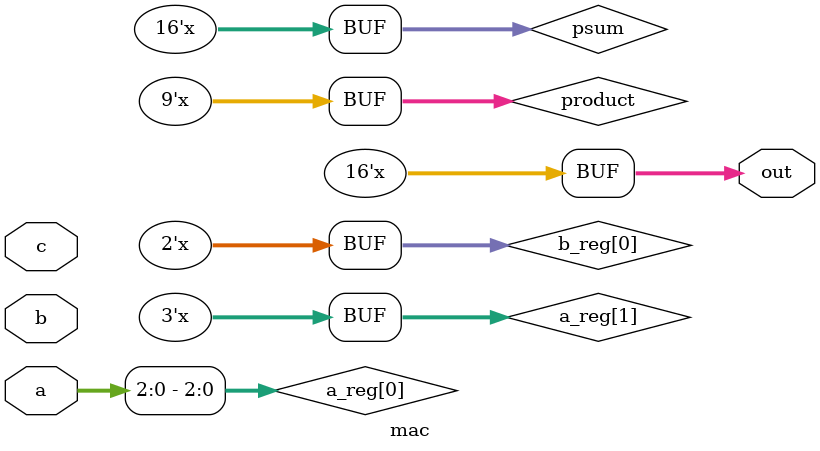
<source format=v>
module mac (out, a, b, c);

parameter bw = 4;
parameter psum_bw = 16;
parameter num_ch = 2;

output signed [psum_bw-1:0] out;
input signed  [bw-1:0] a;  // activation
input signed  [bw-1:0] b;  // weight
input signed  [psum_bw-1:0] c;


wire signed [2*bw:0] product;
wire signed [psum_bw-1:0] psum;
// wire signed [bw:0]   a_pad;

wire signed [(bw/num_ch):0] a_reg[num_ch-1:0];
wire signed [(bw/num_ch)-1:0] b_reg[num_ch-1:0];

assign a_reg[0] = {1'b0, a[3:0]};   // force to be unsigned number
assign a_reg[1] = {1'b0, a[7:4]};   // force to be unsigned number
assign b_reg[0] = b[3:0];
assign b_reg[0] = b[7:4];

assign product = a_reg[0]*b_reg[0] + a_reg[1]*b_reg[1];

// assign a_pad = {1'b0, a}; // force to be unsigned number
// assign product = a_pad * b;

assign psum = product + c;
assign out = psum;

endmodule

</source>
